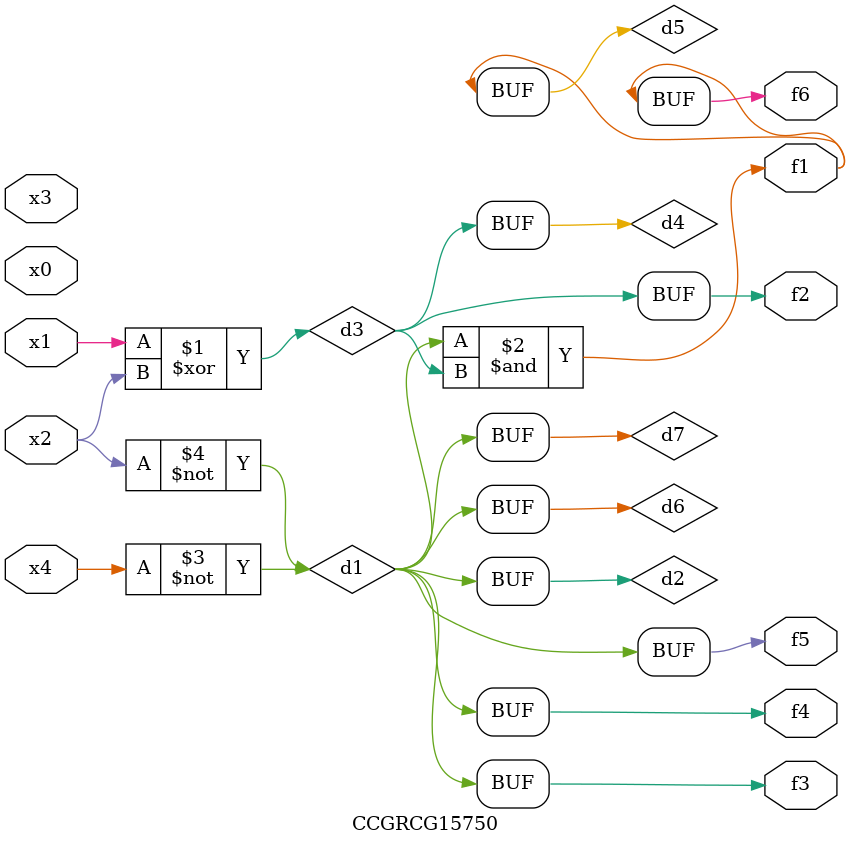
<source format=v>
module CCGRCG15750(
	input x0, x1, x2, x3, x4,
	output f1, f2, f3, f4, f5, f6
);

	wire d1, d2, d3, d4, d5, d6, d7;

	not (d1, x4);
	not (d2, x2);
	xor (d3, x1, x2);
	buf (d4, d3);
	and (d5, d1, d3);
	buf (d6, d1, d2);
	buf (d7, d2);
	assign f1 = d5;
	assign f2 = d4;
	assign f3 = d7;
	assign f4 = d7;
	assign f5 = d7;
	assign f6 = d5;
endmodule

</source>
